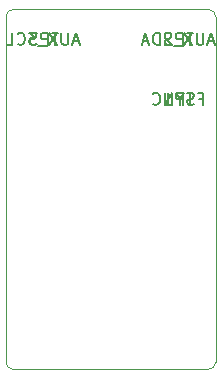
<source format=gbr>
%TF.GenerationSoftware,KiCad,Pcbnew,5.1.5-52549c5~84~ubuntu19.04.1*%
%TF.CreationDate,2020-03-05T17:47:33+00:00*%
%TF.ProjectId,ProMicro_GPS,50726f4d-6963-4726-9f5f-4750532e6b69,v2.1*%
%TF.SameCoordinates,Original*%
%TF.FileFunction,Other,Fab,Bot*%
%FSLAX45Y45*%
G04 Gerber Fmt 4.5, Leading zero omitted, Abs format (unit mm)*
G04 Created by KiCad (PCBNEW 5.1.5-52549c5~84~ubuntu19.04.1) date 2020-03-05 17:47:33*
%MOMM*%
%LPD*%
G04 APERTURE LIST*
%ADD10C,0.100000*%
%ADD11C,0.150000*%
G04 APERTURE END LIST*
D10*
X12255500Y-11303000D02*
G75*
G02X12192000Y-11239500I0J63500D01*
G01*
X12192000Y-8318500D02*
G75*
G02X12255500Y-8255000I63500J0D01*
G01*
X13906500Y-8255000D02*
G75*
G02X13970000Y-8318500I0J-63500D01*
G01*
X13970000Y-11239500D02*
G75*
G02X13906500Y-11303000I-63500J0D01*
G01*
X13970000Y-8318500D02*
X13970000Y-11239500D01*
X12255500Y-8255000D02*
X13906500Y-8255000D01*
X12192000Y-11239500D02*
X12192000Y-8318500D01*
X13906500Y-11303000D02*
X12255500Y-11303000D01*
D11*
X12809500Y-8525667D02*
X12761881Y-8525667D01*
X12819024Y-8554238D02*
X12785690Y-8454238D01*
X12752357Y-8554238D01*
X12719024Y-8454238D02*
X12719024Y-8535190D01*
X12714262Y-8544714D01*
X12709500Y-8549476D01*
X12699976Y-8554238D01*
X12680928Y-8554238D01*
X12671405Y-8549476D01*
X12666643Y-8544714D01*
X12661881Y-8535190D01*
X12661881Y-8454238D01*
X12623786Y-8454238D02*
X12557119Y-8554238D01*
X12557119Y-8454238D02*
X12623786Y-8554238D01*
X12542833Y-8563762D02*
X12466643Y-8563762D01*
X12447595Y-8549476D02*
X12433309Y-8554238D01*
X12409500Y-8554238D01*
X12399976Y-8549476D01*
X12395214Y-8544714D01*
X12390452Y-8535190D01*
X12390452Y-8525667D01*
X12395214Y-8516143D01*
X12399976Y-8511381D01*
X12409500Y-8506619D01*
X12428548Y-8501857D01*
X12438071Y-8497095D01*
X12442833Y-8492333D01*
X12447595Y-8482810D01*
X12447595Y-8473286D01*
X12442833Y-8463762D01*
X12438071Y-8459000D01*
X12428548Y-8454238D01*
X12404738Y-8454238D01*
X12390452Y-8459000D01*
X12290452Y-8544714D02*
X12295214Y-8549476D01*
X12309500Y-8554238D01*
X12319024Y-8554238D01*
X12333309Y-8549476D01*
X12342833Y-8539952D01*
X12347595Y-8530429D01*
X12352357Y-8511381D01*
X12352357Y-8497095D01*
X12347595Y-8478048D01*
X12342833Y-8468524D01*
X12333309Y-8459000D01*
X12319024Y-8454238D01*
X12309500Y-8454238D01*
X12295214Y-8459000D01*
X12290452Y-8463762D01*
X12199976Y-8554238D02*
X12247595Y-8554238D01*
X12247595Y-8454238D01*
X12635690Y-8454238D02*
X12578548Y-8454238D01*
X12607119Y-8554238D02*
X12607119Y-8454238D01*
X12545214Y-8554238D02*
X12545214Y-8454238D01*
X12507119Y-8454238D01*
X12497595Y-8459000D01*
X12492833Y-8463762D01*
X12488071Y-8473286D01*
X12488071Y-8487571D01*
X12492833Y-8497095D01*
X12497595Y-8501857D01*
X12507119Y-8506619D01*
X12545214Y-8506619D01*
X12454738Y-8454238D02*
X12392833Y-8454238D01*
X12426167Y-8492333D01*
X12411881Y-8492333D01*
X12402357Y-8497095D01*
X12397595Y-8501857D01*
X12392833Y-8511381D01*
X12392833Y-8535190D01*
X12397595Y-8544714D01*
X12402357Y-8549476D01*
X12411881Y-8554238D01*
X12440452Y-8554238D01*
X12449976Y-8549476D01*
X12454738Y-8544714D01*
X13954881Y-8525667D02*
X13907262Y-8525667D01*
X13964405Y-8554238D02*
X13931071Y-8454238D01*
X13897738Y-8554238D01*
X13864405Y-8454238D02*
X13864405Y-8535190D01*
X13859643Y-8544714D01*
X13854881Y-8549476D01*
X13845357Y-8554238D01*
X13826309Y-8554238D01*
X13816786Y-8549476D01*
X13812024Y-8544714D01*
X13807262Y-8535190D01*
X13807262Y-8454238D01*
X13769167Y-8454238D02*
X13702500Y-8554238D01*
X13702500Y-8454238D02*
X13769167Y-8554238D01*
X13688214Y-8563762D02*
X13612024Y-8563762D01*
X13592976Y-8549476D02*
X13578690Y-8554238D01*
X13554881Y-8554238D01*
X13545357Y-8549476D01*
X13540595Y-8544714D01*
X13535833Y-8535190D01*
X13535833Y-8525667D01*
X13540595Y-8516143D01*
X13545357Y-8511381D01*
X13554881Y-8506619D01*
X13573928Y-8501857D01*
X13583452Y-8497095D01*
X13588214Y-8492333D01*
X13592976Y-8482810D01*
X13592976Y-8473286D01*
X13588214Y-8463762D01*
X13583452Y-8459000D01*
X13573928Y-8454238D01*
X13550119Y-8454238D01*
X13535833Y-8459000D01*
X13492976Y-8554238D02*
X13492976Y-8454238D01*
X13469167Y-8454238D01*
X13454881Y-8459000D01*
X13445357Y-8468524D01*
X13440595Y-8478048D01*
X13435833Y-8497095D01*
X13435833Y-8511381D01*
X13440595Y-8530429D01*
X13445357Y-8539952D01*
X13454881Y-8549476D01*
X13469167Y-8554238D01*
X13492976Y-8554238D01*
X13397738Y-8525667D02*
X13350119Y-8525667D01*
X13407262Y-8554238D02*
X13373928Y-8454238D01*
X13340595Y-8554238D01*
X13778690Y-8454238D02*
X13721548Y-8454238D01*
X13750119Y-8554238D02*
X13750119Y-8454238D01*
X13688214Y-8554238D02*
X13688214Y-8454238D01*
X13650119Y-8454238D01*
X13640595Y-8459000D01*
X13635833Y-8463762D01*
X13631071Y-8473286D01*
X13631071Y-8487571D01*
X13635833Y-8497095D01*
X13640595Y-8501857D01*
X13650119Y-8506619D01*
X13688214Y-8506619D01*
X13592976Y-8463762D02*
X13588214Y-8459000D01*
X13578690Y-8454238D01*
X13554881Y-8454238D01*
X13545357Y-8459000D01*
X13540595Y-8463762D01*
X13535833Y-8473286D01*
X13535833Y-8482810D01*
X13540595Y-8497095D01*
X13597738Y-8554238D01*
X13535833Y-8554238D01*
X13831071Y-9009857D02*
X13864405Y-9009857D01*
X13864405Y-9062238D02*
X13864405Y-8962238D01*
X13816786Y-8962238D01*
X13783452Y-9057476D02*
X13769167Y-9062238D01*
X13745357Y-9062238D01*
X13735833Y-9057476D01*
X13731071Y-9052714D01*
X13726309Y-9043190D01*
X13726309Y-9033667D01*
X13731071Y-9024143D01*
X13735833Y-9019381D01*
X13745357Y-9014619D01*
X13764405Y-9009857D01*
X13773928Y-9005095D01*
X13778690Y-9000333D01*
X13783452Y-8990810D01*
X13783452Y-8981286D01*
X13778690Y-8971762D01*
X13773928Y-8967000D01*
X13764405Y-8962238D01*
X13740595Y-8962238D01*
X13726309Y-8967000D01*
X13664405Y-9014619D02*
X13664405Y-9062238D01*
X13697738Y-8962238D02*
X13664405Y-9014619D01*
X13631071Y-8962238D01*
X13597738Y-9062238D02*
X13597738Y-8962238D01*
X13540595Y-9062238D01*
X13540595Y-8962238D01*
X13435833Y-9052714D02*
X13440595Y-9057476D01*
X13454881Y-9062238D01*
X13464405Y-9062238D01*
X13478690Y-9057476D01*
X13488214Y-9047952D01*
X13492976Y-9038429D01*
X13497738Y-9019381D01*
X13497738Y-9005095D01*
X13492976Y-8986048D01*
X13488214Y-8976524D01*
X13478690Y-8967000D01*
X13464405Y-8962238D01*
X13454881Y-8962238D01*
X13440595Y-8967000D01*
X13435833Y-8971762D01*
X13778690Y-8962238D02*
X13721548Y-8962238D01*
X13750119Y-9062238D02*
X13750119Y-8962238D01*
X13688214Y-9062238D02*
X13688214Y-8962238D01*
X13650119Y-8962238D01*
X13640595Y-8967000D01*
X13635833Y-8971762D01*
X13631071Y-8981286D01*
X13631071Y-8995571D01*
X13635833Y-9005095D01*
X13640595Y-9009857D01*
X13650119Y-9014619D01*
X13688214Y-9014619D01*
X13535833Y-9062238D02*
X13592976Y-9062238D01*
X13564405Y-9062238D02*
X13564405Y-8962238D01*
X13573928Y-8976524D01*
X13583452Y-8986048D01*
X13592976Y-8990810D01*
M02*

</source>
